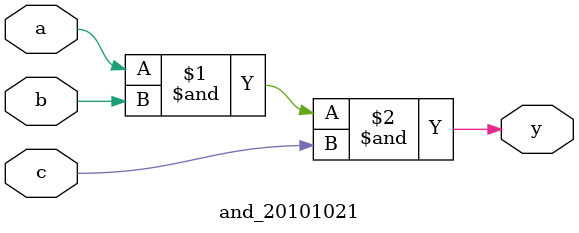
<source format=v>
module and_20101021(a, b, c, y);

input a, b, c;
output y; 

and(y, a, b, c);

endmodule 
</source>
